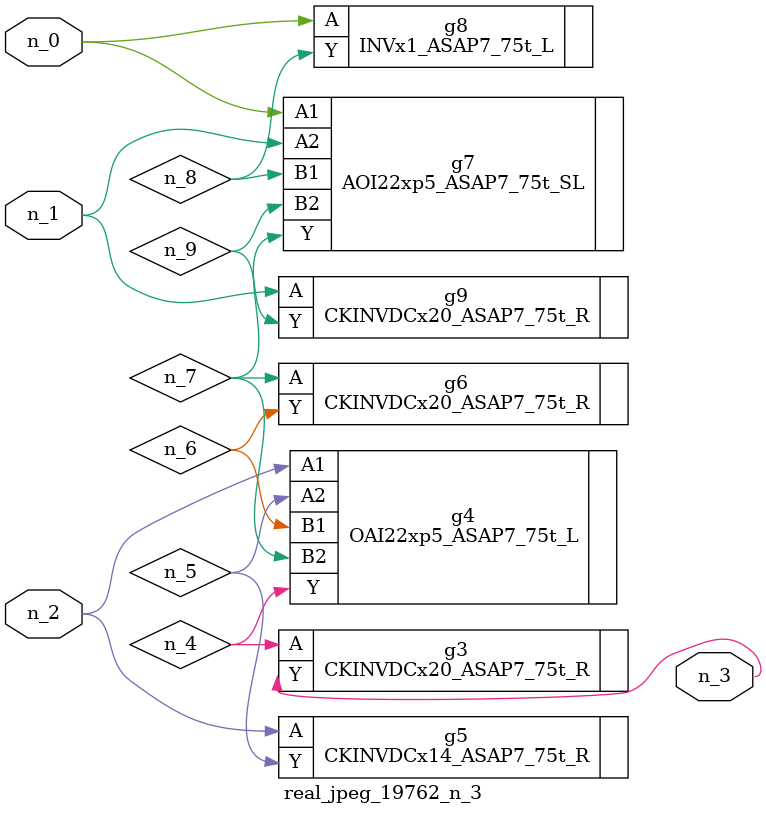
<source format=v>
module real_jpeg_19762_n_3 (n_1, n_0, n_2, n_3);

input n_1;
input n_0;
input n_2;

output n_3;

wire n_5;
wire n_8;
wire n_4;
wire n_6;
wire n_7;
wire n_9;

AOI22xp5_ASAP7_75t_SL g7 ( 
.A1(n_0),
.A2(n_1),
.B1(n_8),
.B2(n_9),
.Y(n_7)
);

INVx1_ASAP7_75t_L g8 ( 
.A(n_0),
.Y(n_8)
);

CKINVDCx20_ASAP7_75t_R g9 ( 
.A(n_1),
.Y(n_9)
);

OAI22xp5_ASAP7_75t_L g4 ( 
.A1(n_2),
.A2(n_5),
.B1(n_6),
.B2(n_7),
.Y(n_4)
);

CKINVDCx14_ASAP7_75t_R g5 ( 
.A(n_2),
.Y(n_5)
);

CKINVDCx20_ASAP7_75t_R g3 ( 
.A(n_4),
.Y(n_3)
);

CKINVDCx20_ASAP7_75t_R g6 ( 
.A(n_7),
.Y(n_6)
);


endmodule
</source>
